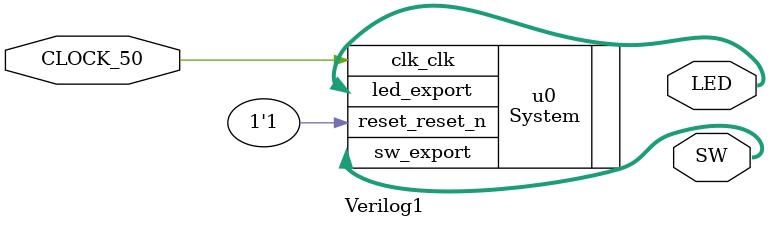
<source format=v>
 module Verilog1(
     CLOCK_50,
     LED,
     SW
 );
  input CLOCK_50;
  output [7:0] LED;
  output [7:0] SW;
System u0(
 .clk_clk (CLOCK_50),
 .led_export (LED),
 .reset_reset_n (1'b1),
 .sw_export(SW)
 );
endmodule
</source>
